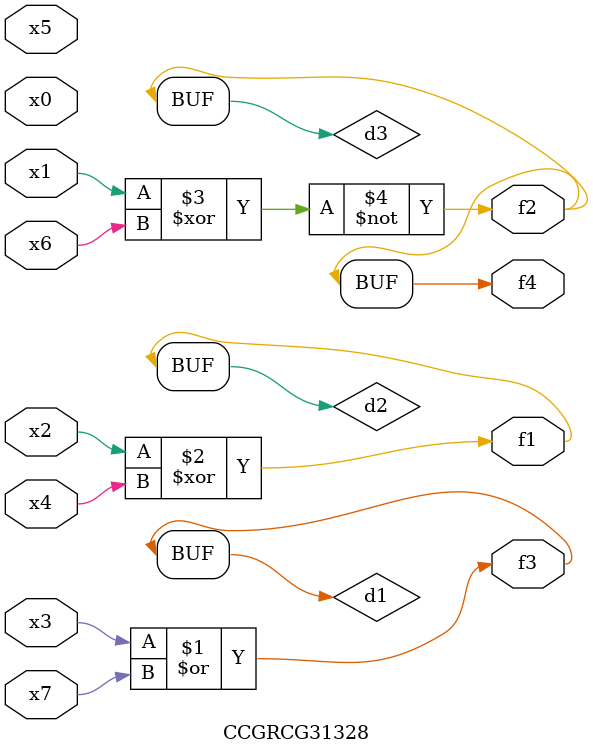
<source format=v>
module CCGRCG31328(
	input x0, x1, x2, x3, x4, x5, x6, x7,
	output f1, f2, f3, f4
);

	wire d1, d2, d3;

	or (d1, x3, x7);
	xor (d2, x2, x4);
	xnor (d3, x1, x6);
	assign f1 = d2;
	assign f2 = d3;
	assign f3 = d1;
	assign f4 = d3;
endmodule

</source>
